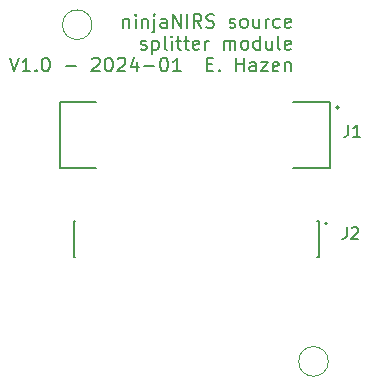
<source format=gbr>
%TF.GenerationSoftware,KiCad,Pcbnew,7.0.10-7.0.10~ubuntu22.04.1*%
%TF.CreationDate,2024-01-03T09:44:53-05:00*%
%TF.ProjectId,source-splitter,736f7572-6365-42d7-9370-6c6974746572,rev?*%
%TF.SameCoordinates,Original*%
%TF.FileFunction,Legend,Top*%
%TF.FilePolarity,Positive*%
%FSLAX46Y46*%
G04 Gerber Fmt 4.6, Leading zero omitted, Abs format (unit mm)*
G04 Created by KiCad (PCBNEW 7.0.10-7.0.10~ubuntu22.04.1) date 2024-01-03 09:44:53*
%MOMM*%
%LPD*%
G01*
G04 APERTURE LIST*
%ADD10C,0.152400*%
%ADD11C,0.150000*%
%ADD12C,0.200000*%
%ADD13C,0.100000*%
G04 APERTURE END LIST*
D10*
X29291164Y-24873733D02*
X29291164Y-25635733D01*
X29291164Y-24982590D02*
X29345593Y-24928162D01*
X29345593Y-24928162D02*
X29454450Y-24873733D01*
X29454450Y-24873733D02*
X29617736Y-24873733D01*
X29617736Y-24873733D02*
X29726593Y-24928162D01*
X29726593Y-24928162D02*
X29781022Y-25037019D01*
X29781022Y-25037019D02*
X29781022Y-25635733D01*
X30325307Y-25635733D02*
X30325307Y-24873733D01*
X30325307Y-24492733D02*
X30270879Y-24547162D01*
X30270879Y-24547162D02*
X30325307Y-24601590D01*
X30325307Y-24601590D02*
X30379736Y-24547162D01*
X30379736Y-24547162D02*
X30325307Y-24492733D01*
X30325307Y-24492733D02*
X30325307Y-24601590D01*
X30869593Y-24873733D02*
X30869593Y-25635733D01*
X30869593Y-24982590D02*
X30924022Y-24928162D01*
X30924022Y-24928162D02*
X31032879Y-24873733D01*
X31032879Y-24873733D02*
X31196165Y-24873733D01*
X31196165Y-24873733D02*
X31305022Y-24928162D01*
X31305022Y-24928162D02*
X31359451Y-25037019D01*
X31359451Y-25037019D02*
X31359451Y-25635733D01*
X31903736Y-24873733D02*
X31903736Y-25853447D01*
X31903736Y-25853447D02*
X31849308Y-25962305D01*
X31849308Y-25962305D02*
X31740451Y-26016733D01*
X31740451Y-26016733D02*
X31686022Y-26016733D01*
X31903736Y-24492733D02*
X31849308Y-24547162D01*
X31849308Y-24547162D02*
X31903736Y-24601590D01*
X31903736Y-24601590D02*
X31958165Y-24547162D01*
X31958165Y-24547162D02*
X31903736Y-24492733D01*
X31903736Y-24492733D02*
X31903736Y-24601590D01*
X32937880Y-25635733D02*
X32937880Y-25037019D01*
X32937880Y-25037019D02*
X32883451Y-24928162D01*
X32883451Y-24928162D02*
X32774594Y-24873733D01*
X32774594Y-24873733D02*
X32556880Y-24873733D01*
X32556880Y-24873733D02*
X32448022Y-24928162D01*
X32937880Y-25581305D02*
X32829022Y-25635733D01*
X32829022Y-25635733D02*
X32556880Y-25635733D01*
X32556880Y-25635733D02*
X32448022Y-25581305D01*
X32448022Y-25581305D02*
X32393594Y-25472447D01*
X32393594Y-25472447D02*
X32393594Y-25363590D01*
X32393594Y-25363590D02*
X32448022Y-25254733D01*
X32448022Y-25254733D02*
X32556880Y-25200305D01*
X32556880Y-25200305D02*
X32829022Y-25200305D01*
X32829022Y-25200305D02*
X32937880Y-25145876D01*
X33482165Y-25635733D02*
X33482165Y-24492733D01*
X33482165Y-24492733D02*
X34135308Y-25635733D01*
X34135308Y-25635733D02*
X34135308Y-24492733D01*
X34679594Y-25635733D02*
X34679594Y-24492733D01*
X35877023Y-25635733D02*
X35496023Y-25091447D01*
X35223880Y-25635733D02*
X35223880Y-24492733D01*
X35223880Y-24492733D02*
X35659309Y-24492733D01*
X35659309Y-24492733D02*
X35768166Y-24547162D01*
X35768166Y-24547162D02*
X35822595Y-24601590D01*
X35822595Y-24601590D02*
X35877023Y-24710447D01*
X35877023Y-24710447D02*
X35877023Y-24873733D01*
X35877023Y-24873733D02*
X35822595Y-24982590D01*
X35822595Y-24982590D02*
X35768166Y-25037019D01*
X35768166Y-25037019D02*
X35659309Y-25091447D01*
X35659309Y-25091447D02*
X35223880Y-25091447D01*
X36312452Y-25581305D02*
X36475738Y-25635733D01*
X36475738Y-25635733D02*
X36747880Y-25635733D01*
X36747880Y-25635733D02*
X36856738Y-25581305D01*
X36856738Y-25581305D02*
X36911166Y-25526876D01*
X36911166Y-25526876D02*
X36965595Y-25418019D01*
X36965595Y-25418019D02*
X36965595Y-25309162D01*
X36965595Y-25309162D02*
X36911166Y-25200305D01*
X36911166Y-25200305D02*
X36856738Y-25145876D01*
X36856738Y-25145876D02*
X36747880Y-25091447D01*
X36747880Y-25091447D02*
X36530166Y-25037019D01*
X36530166Y-25037019D02*
X36421309Y-24982590D01*
X36421309Y-24982590D02*
X36366880Y-24928162D01*
X36366880Y-24928162D02*
X36312452Y-24819305D01*
X36312452Y-24819305D02*
X36312452Y-24710447D01*
X36312452Y-24710447D02*
X36366880Y-24601590D01*
X36366880Y-24601590D02*
X36421309Y-24547162D01*
X36421309Y-24547162D02*
X36530166Y-24492733D01*
X36530166Y-24492733D02*
X36802309Y-24492733D01*
X36802309Y-24492733D02*
X36965595Y-24547162D01*
X38271880Y-25581305D02*
X38380737Y-25635733D01*
X38380737Y-25635733D02*
X38598451Y-25635733D01*
X38598451Y-25635733D02*
X38707308Y-25581305D01*
X38707308Y-25581305D02*
X38761737Y-25472447D01*
X38761737Y-25472447D02*
X38761737Y-25418019D01*
X38761737Y-25418019D02*
X38707308Y-25309162D01*
X38707308Y-25309162D02*
X38598451Y-25254733D01*
X38598451Y-25254733D02*
X38435166Y-25254733D01*
X38435166Y-25254733D02*
X38326308Y-25200305D01*
X38326308Y-25200305D02*
X38271880Y-25091447D01*
X38271880Y-25091447D02*
X38271880Y-25037019D01*
X38271880Y-25037019D02*
X38326308Y-24928162D01*
X38326308Y-24928162D02*
X38435166Y-24873733D01*
X38435166Y-24873733D02*
X38598451Y-24873733D01*
X38598451Y-24873733D02*
X38707308Y-24928162D01*
X39414880Y-25635733D02*
X39306023Y-25581305D01*
X39306023Y-25581305D02*
X39251594Y-25526876D01*
X39251594Y-25526876D02*
X39197166Y-25418019D01*
X39197166Y-25418019D02*
X39197166Y-25091447D01*
X39197166Y-25091447D02*
X39251594Y-24982590D01*
X39251594Y-24982590D02*
X39306023Y-24928162D01*
X39306023Y-24928162D02*
X39414880Y-24873733D01*
X39414880Y-24873733D02*
X39578166Y-24873733D01*
X39578166Y-24873733D02*
X39687023Y-24928162D01*
X39687023Y-24928162D02*
X39741452Y-24982590D01*
X39741452Y-24982590D02*
X39795880Y-25091447D01*
X39795880Y-25091447D02*
X39795880Y-25418019D01*
X39795880Y-25418019D02*
X39741452Y-25526876D01*
X39741452Y-25526876D02*
X39687023Y-25581305D01*
X39687023Y-25581305D02*
X39578166Y-25635733D01*
X39578166Y-25635733D02*
X39414880Y-25635733D01*
X40775595Y-24873733D02*
X40775595Y-25635733D01*
X40285737Y-24873733D02*
X40285737Y-25472447D01*
X40285737Y-25472447D02*
X40340166Y-25581305D01*
X40340166Y-25581305D02*
X40449023Y-25635733D01*
X40449023Y-25635733D02*
X40612309Y-25635733D01*
X40612309Y-25635733D02*
X40721166Y-25581305D01*
X40721166Y-25581305D02*
X40775595Y-25526876D01*
X41319880Y-25635733D02*
X41319880Y-24873733D01*
X41319880Y-25091447D02*
X41374309Y-24982590D01*
X41374309Y-24982590D02*
X41428738Y-24928162D01*
X41428738Y-24928162D02*
X41537595Y-24873733D01*
X41537595Y-24873733D02*
X41646452Y-24873733D01*
X42517309Y-25581305D02*
X42408451Y-25635733D01*
X42408451Y-25635733D02*
X42190737Y-25635733D01*
X42190737Y-25635733D02*
X42081880Y-25581305D01*
X42081880Y-25581305D02*
X42027451Y-25526876D01*
X42027451Y-25526876D02*
X41973023Y-25418019D01*
X41973023Y-25418019D02*
X41973023Y-25091447D01*
X41973023Y-25091447D02*
X42027451Y-24982590D01*
X42027451Y-24982590D02*
X42081880Y-24928162D01*
X42081880Y-24928162D02*
X42190737Y-24873733D01*
X42190737Y-24873733D02*
X42408451Y-24873733D01*
X42408451Y-24873733D02*
X42517309Y-24928162D01*
X43442594Y-25581305D02*
X43333737Y-25635733D01*
X43333737Y-25635733D02*
X43116023Y-25635733D01*
X43116023Y-25635733D02*
X43007165Y-25581305D01*
X43007165Y-25581305D02*
X42952737Y-25472447D01*
X42952737Y-25472447D02*
X42952737Y-25037019D01*
X42952737Y-25037019D02*
X43007165Y-24928162D01*
X43007165Y-24928162D02*
X43116023Y-24873733D01*
X43116023Y-24873733D02*
X43333737Y-24873733D01*
X43333737Y-24873733D02*
X43442594Y-24928162D01*
X43442594Y-24928162D02*
X43497023Y-25037019D01*
X43497023Y-25037019D02*
X43497023Y-25145876D01*
X43497023Y-25145876D02*
X42952737Y-25254733D01*
X30760737Y-27421535D02*
X30869594Y-27475963D01*
X30869594Y-27475963D02*
X31087308Y-27475963D01*
X31087308Y-27475963D02*
X31196165Y-27421535D01*
X31196165Y-27421535D02*
X31250594Y-27312677D01*
X31250594Y-27312677D02*
X31250594Y-27258249D01*
X31250594Y-27258249D02*
X31196165Y-27149392D01*
X31196165Y-27149392D02*
X31087308Y-27094963D01*
X31087308Y-27094963D02*
X30924023Y-27094963D01*
X30924023Y-27094963D02*
X30815165Y-27040535D01*
X30815165Y-27040535D02*
X30760737Y-26931677D01*
X30760737Y-26931677D02*
X30760737Y-26877249D01*
X30760737Y-26877249D02*
X30815165Y-26768392D01*
X30815165Y-26768392D02*
X30924023Y-26713963D01*
X30924023Y-26713963D02*
X31087308Y-26713963D01*
X31087308Y-26713963D02*
X31196165Y-26768392D01*
X31740451Y-26713963D02*
X31740451Y-27856963D01*
X31740451Y-26768392D02*
X31849309Y-26713963D01*
X31849309Y-26713963D02*
X32067023Y-26713963D01*
X32067023Y-26713963D02*
X32175880Y-26768392D01*
X32175880Y-26768392D02*
X32230309Y-26822820D01*
X32230309Y-26822820D02*
X32284737Y-26931677D01*
X32284737Y-26931677D02*
X32284737Y-27258249D01*
X32284737Y-27258249D02*
X32230309Y-27367106D01*
X32230309Y-27367106D02*
X32175880Y-27421535D01*
X32175880Y-27421535D02*
X32067023Y-27475963D01*
X32067023Y-27475963D02*
X31849309Y-27475963D01*
X31849309Y-27475963D02*
X31740451Y-27421535D01*
X32937880Y-27475963D02*
X32829023Y-27421535D01*
X32829023Y-27421535D02*
X32774594Y-27312677D01*
X32774594Y-27312677D02*
X32774594Y-26332963D01*
X33373308Y-27475963D02*
X33373308Y-26713963D01*
X33373308Y-26332963D02*
X33318880Y-26387392D01*
X33318880Y-26387392D02*
X33373308Y-26441820D01*
X33373308Y-26441820D02*
X33427737Y-26387392D01*
X33427737Y-26387392D02*
X33373308Y-26332963D01*
X33373308Y-26332963D02*
X33373308Y-26441820D01*
X33754309Y-26713963D02*
X34189737Y-26713963D01*
X33917594Y-26332963D02*
X33917594Y-27312677D01*
X33917594Y-27312677D02*
X33972023Y-27421535D01*
X33972023Y-27421535D02*
X34080880Y-27475963D01*
X34080880Y-27475963D02*
X34189737Y-27475963D01*
X34407452Y-26713963D02*
X34842880Y-26713963D01*
X34570737Y-26332963D02*
X34570737Y-27312677D01*
X34570737Y-27312677D02*
X34625166Y-27421535D01*
X34625166Y-27421535D02*
X34734023Y-27475963D01*
X34734023Y-27475963D02*
X34842880Y-27475963D01*
X35659309Y-27421535D02*
X35550452Y-27475963D01*
X35550452Y-27475963D02*
X35332738Y-27475963D01*
X35332738Y-27475963D02*
X35223880Y-27421535D01*
X35223880Y-27421535D02*
X35169452Y-27312677D01*
X35169452Y-27312677D02*
X35169452Y-26877249D01*
X35169452Y-26877249D02*
X35223880Y-26768392D01*
X35223880Y-26768392D02*
X35332738Y-26713963D01*
X35332738Y-26713963D02*
X35550452Y-26713963D01*
X35550452Y-26713963D02*
X35659309Y-26768392D01*
X35659309Y-26768392D02*
X35713738Y-26877249D01*
X35713738Y-26877249D02*
X35713738Y-26986106D01*
X35713738Y-26986106D02*
X35169452Y-27094963D01*
X36203594Y-27475963D02*
X36203594Y-26713963D01*
X36203594Y-26931677D02*
X36258023Y-26822820D01*
X36258023Y-26822820D02*
X36312452Y-26768392D01*
X36312452Y-26768392D02*
X36421309Y-26713963D01*
X36421309Y-26713963D02*
X36530166Y-26713963D01*
X37782022Y-27475963D02*
X37782022Y-26713963D01*
X37782022Y-26822820D02*
X37836451Y-26768392D01*
X37836451Y-26768392D02*
X37945308Y-26713963D01*
X37945308Y-26713963D02*
X38108594Y-26713963D01*
X38108594Y-26713963D02*
X38217451Y-26768392D01*
X38217451Y-26768392D02*
X38271880Y-26877249D01*
X38271880Y-26877249D02*
X38271880Y-27475963D01*
X38271880Y-26877249D02*
X38326308Y-26768392D01*
X38326308Y-26768392D02*
X38435165Y-26713963D01*
X38435165Y-26713963D02*
X38598451Y-26713963D01*
X38598451Y-26713963D02*
X38707308Y-26768392D01*
X38707308Y-26768392D02*
X38761737Y-26877249D01*
X38761737Y-26877249D02*
X38761737Y-27475963D01*
X39469308Y-27475963D02*
X39360451Y-27421535D01*
X39360451Y-27421535D02*
X39306022Y-27367106D01*
X39306022Y-27367106D02*
X39251594Y-27258249D01*
X39251594Y-27258249D02*
X39251594Y-26931677D01*
X39251594Y-26931677D02*
X39306022Y-26822820D01*
X39306022Y-26822820D02*
X39360451Y-26768392D01*
X39360451Y-26768392D02*
X39469308Y-26713963D01*
X39469308Y-26713963D02*
X39632594Y-26713963D01*
X39632594Y-26713963D02*
X39741451Y-26768392D01*
X39741451Y-26768392D02*
X39795880Y-26822820D01*
X39795880Y-26822820D02*
X39850308Y-26931677D01*
X39850308Y-26931677D02*
X39850308Y-27258249D01*
X39850308Y-27258249D02*
X39795880Y-27367106D01*
X39795880Y-27367106D02*
X39741451Y-27421535D01*
X39741451Y-27421535D02*
X39632594Y-27475963D01*
X39632594Y-27475963D02*
X39469308Y-27475963D01*
X40830023Y-27475963D02*
X40830023Y-26332963D01*
X40830023Y-27421535D02*
X40721165Y-27475963D01*
X40721165Y-27475963D02*
X40503451Y-27475963D01*
X40503451Y-27475963D02*
X40394594Y-27421535D01*
X40394594Y-27421535D02*
X40340165Y-27367106D01*
X40340165Y-27367106D02*
X40285737Y-27258249D01*
X40285737Y-27258249D02*
X40285737Y-26931677D01*
X40285737Y-26931677D02*
X40340165Y-26822820D01*
X40340165Y-26822820D02*
X40394594Y-26768392D01*
X40394594Y-26768392D02*
X40503451Y-26713963D01*
X40503451Y-26713963D02*
X40721165Y-26713963D01*
X40721165Y-26713963D02*
X40830023Y-26768392D01*
X41864166Y-26713963D02*
X41864166Y-27475963D01*
X41374308Y-26713963D02*
X41374308Y-27312677D01*
X41374308Y-27312677D02*
X41428737Y-27421535D01*
X41428737Y-27421535D02*
X41537594Y-27475963D01*
X41537594Y-27475963D02*
X41700880Y-27475963D01*
X41700880Y-27475963D02*
X41809737Y-27421535D01*
X41809737Y-27421535D02*
X41864166Y-27367106D01*
X42571737Y-27475963D02*
X42462880Y-27421535D01*
X42462880Y-27421535D02*
X42408451Y-27312677D01*
X42408451Y-27312677D02*
X42408451Y-26332963D01*
X43442594Y-27421535D02*
X43333737Y-27475963D01*
X43333737Y-27475963D02*
X43116023Y-27475963D01*
X43116023Y-27475963D02*
X43007165Y-27421535D01*
X43007165Y-27421535D02*
X42952737Y-27312677D01*
X42952737Y-27312677D02*
X42952737Y-26877249D01*
X42952737Y-26877249D02*
X43007165Y-26768392D01*
X43007165Y-26768392D02*
X43116023Y-26713963D01*
X43116023Y-26713963D02*
X43333737Y-26713963D01*
X43333737Y-26713963D02*
X43442594Y-26768392D01*
X43442594Y-26768392D02*
X43497023Y-26877249D01*
X43497023Y-26877249D02*
X43497023Y-26986106D01*
X43497023Y-26986106D02*
X42952737Y-27094963D01*
X19657311Y-28173193D02*
X20038311Y-29316193D01*
X20038311Y-29316193D02*
X20419311Y-28173193D01*
X21399025Y-29316193D02*
X20745882Y-29316193D01*
X21072453Y-29316193D02*
X21072453Y-28173193D01*
X21072453Y-28173193D02*
X20963596Y-28336479D01*
X20963596Y-28336479D02*
X20854739Y-28445336D01*
X20854739Y-28445336D02*
X20745882Y-28499765D01*
X21888881Y-29207336D02*
X21943310Y-29261765D01*
X21943310Y-29261765D02*
X21888881Y-29316193D01*
X21888881Y-29316193D02*
X21834453Y-29261765D01*
X21834453Y-29261765D02*
X21888881Y-29207336D01*
X21888881Y-29207336D02*
X21888881Y-29316193D01*
X22650882Y-28173193D02*
X22759739Y-28173193D01*
X22759739Y-28173193D02*
X22868596Y-28227622D01*
X22868596Y-28227622D02*
X22923025Y-28282050D01*
X22923025Y-28282050D02*
X22977453Y-28390907D01*
X22977453Y-28390907D02*
X23031882Y-28608622D01*
X23031882Y-28608622D02*
X23031882Y-28880765D01*
X23031882Y-28880765D02*
X22977453Y-29098479D01*
X22977453Y-29098479D02*
X22923025Y-29207336D01*
X22923025Y-29207336D02*
X22868596Y-29261765D01*
X22868596Y-29261765D02*
X22759739Y-29316193D01*
X22759739Y-29316193D02*
X22650882Y-29316193D01*
X22650882Y-29316193D02*
X22542025Y-29261765D01*
X22542025Y-29261765D02*
X22487596Y-29207336D01*
X22487596Y-29207336D02*
X22433167Y-29098479D01*
X22433167Y-29098479D02*
X22378739Y-28880765D01*
X22378739Y-28880765D02*
X22378739Y-28608622D01*
X22378739Y-28608622D02*
X22433167Y-28390907D01*
X22433167Y-28390907D02*
X22487596Y-28282050D01*
X22487596Y-28282050D02*
X22542025Y-28227622D01*
X22542025Y-28227622D02*
X22650882Y-28173193D01*
X24392595Y-28880765D02*
X25263453Y-28880765D01*
X26624167Y-28282050D02*
X26678595Y-28227622D01*
X26678595Y-28227622D02*
X26787453Y-28173193D01*
X26787453Y-28173193D02*
X27059595Y-28173193D01*
X27059595Y-28173193D02*
X27168453Y-28227622D01*
X27168453Y-28227622D02*
X27222881Y-28282050D01*
X27222881Y-28282050D02*
X27277310Y-28390907D01*
X27277310Y-28390907D02*
X27277310Y-28499765D01*
X27277310Y-28499765D02*
X27222881Y-28663050D01*
X27222881Y-28663050D02*
X26569738Y-29316193D01*
X26569738Y-29316193D02*
X27277310Y-29316193D01*
X27984881Y-28173193D02*
X28093738Y-28173193D01*
X28093738Y-28173193D02*
X28202595Y-28227622D01*
X28202595Y-28227622D02*
X28257024Y-28282050D01*
X28257024Y-28282050D02*
X28311452Y-28390907D01*
X28311452Y-28390907D02*
X28365881Y-28608622D01*
X28365881Y-28608622D02*
X28365881Y-28880765D01*
X28365881Y-28880765D02*
X28311452Y-29098479D01*
X28311452Y-29098479D02*
X28257024Y-29207336D01*
X28257024Y-29207336D02*
X28202595Y-29261765D01*
X28202595Y-29261765D02*
X28093738Y-29316193D01*
X28093738Y-29316193D02*
X27984881Y-29316193D01*
X27984881Y-29316193D02*
X27876024Y-29261765D01*
X27876024Y-29261765D02*
X27821595Y-29207336D01*
X27821595Y-29207336D02*
X27767166Y-29098479D01*
X27767166Y-29098479D02*
X27712738Y-28880765D01*
X27712738Y-28880765D02*
X27712738Y-28608622D01*
X27712738Y-28608622D02*
X27767166Y-28390907D01*
X27767166Y-28390907D02*
X27821595Y-28282050D01*
X27821595Y-28282050D02*
X27876024Y-28227622D01*
X27876024Y-28227622D02*
X27984881Y-28173193D01*
X28801309Y-28282050D02*
X28855737Y-28227622D01*
X28855737Y-28227622D02*
X28964595Y-28173193D01*
X28964595Y-28173193D02*
X29236737Y-28173193D01*
X29236737Y-28173193D02*
X29345595Y-28227622D01*
X29345595Y-28227622D02*
X29400023Y-28282050D01*
X29400023Y-28282050D02*
X29454452Y-28390907D01*
X29454452Y-28390907D02*
X29454452Y-28499765D01*
X29454452Y-28499765D02*
X29400023Y-28663050D01*
X29400023Y-28663050D02*
X28746880Y-29316193D01*
X28746880Y-29316193D02*
X29454452Y-29316193D01*
X30434166Y-28554193D02*
X30434166Y-29316193D01*
X30162023Y-28118765D02*
X29889880Y-28935193D01*
X29889880Y-28935193D02*
X30597451Y-28935193D01*
X31032879Y-28880765D02*
X31903737Y-28880765D01*
X32665737Y-28173193D02*
X32774594Y-28173193D01*
X32774594Y-28173193D02*
X32883451Y-28227622D01*
X32883451Y-28227622D02*
X32937880Y-28282050D01*
X32937880Y-28282050D02*
X32992308Y-28390907D01*
X32992308Y-28390907D02*
X33046737Y-28608622D01*
X33046737Y-28608622D02*
X33046737Y-28880765D01*
X33046737Y-28880765D02*
X32992308Y-29098479D01*
X32992308Y-29098479D02*
X32937880Y-29207336D01*
X32937880Y-29207336D02*
X32883451Y-29261765D01*
X32883451Y-29261765D02*
X32774594Y-29316193D01*
X32774594Y-29316193D02*
X32665737Y-29316193D01*
X32665737Y-29316193D02*
X32556880Y-29261765D01*
X32556880Y-29261765D02*
X32502451Y-29207336D01*
X32502451Y-29207336D02*
X32448022Y-29098479D01*
X32448022Y-29098479D02*
X32393594Y-28880765D01*
X32393594Y-28880765D02*
X32393594Y-28608622D01*
X32393594Y-28608622D02*
X32448022Y-28390907D01*
X32448022Y-28390907D02*
X32502451Y-28282050D01*
X32502451Y-28282050D02*
X32556880Y-28227622D01*
X32556880Y-28227622D02*
X32665737Y-28173193D01*
X34135308Y-29316193D02*
X33482165Y-29316193D01*
X33808736Y-29316193D02*
X33808736Y-28173193D01*
X33808736Y-28173193D02*
X33699879Y-28336479D01*
X33699879Y-28336479D02*
X33591022Y-28445336D01*
X33591022Y-28445336D02*
X33482165Y-28499765D01*
X36366878Y-28717479D02*
X36747878Y-28717479D01*
X36911164Y-29316193D02*
X36366878Y-29316193D01*
X36366878Y-29316193D02*
X36366878Y-28173193D01*
X36366878Y-28173193D02*
X36911164Y-28173193D01*
X37401021Y-29207336D02*
X37455450Y-29261765D01*
X37455450Y-29261765D02*
X37401021Y-29316193D01*
X37401021Y-29316193D02*
X37346593Y-29261765D01*
X37346593Y-29261765D02*
X37401021Y-29207336D01*
X37401021Y-29207336D02*
X37401021Y-29316193D01*
X38816164Y-29316193D02*
X38816164Y-28173193D01*
X38816164Y-28717479D02*
X39469307Y-28717479D01*
X39469307Y-29316193D02*
X39469307Y-28173193D01*
X40503451Y-29316193D02*
X40503451Y-28717479D01*
X40503451Y-28717479D02*
X40449022Y-28608622D01*
X40449022Y-28608622D02*
X40340165Y-28554193D01*
X40340165Y-28554193D02*
X40122451Y-28554193D01*
X40122451Y-28554193D02*
X40013593Y-28608622D01*
X40503451Y-29261765D02*
X40394593Y-29316193D01*
X40394593Y-29316193D02*
X40122451Y-29316193D01*
X40122451Y-29316193D02*
X40013593Y-29261765D01*
X40013593Y-29261765D02*
X39959165Y-29152907D01*
X39959165Y-29152907D02*
X39959165Y-29044050D01*
X39959165Y-29044050D02*
X40013593Y-28935193D01*
X40013593Y-28935193D02*
X40122451Y-28880765D01*
X40122451Y-28880765D02*
X40394593Y-28880765D01*
X40394593Y-28880765D02*
X40503451Y-28826336D01*
X40938879Y-28554193D02*
X41537594Y-28554193D01*
X41537594Y-28554193D02*
X40938879Y-29316193D01*
X40938879Y-29316193D02*
X41537594Y-29316193D01*
X42408451Y-29261765D02*
X42299594Y-29316193D01*
X42299594Y-29316193D02*
X42081880Y-29316193D01*
X42081880Y-29316193D02*
X41973022Y-29261765D01*
X41973022Y-29261765D02*
X41918594Y-29152907D01*
X41918594Y-29152907D02*
X41918594Y-28717479D01*
X41918594Y-28717479D02*
X41973022Y-28608622D01*
X41973022Y-28608622D02*
X42081880Y-28554193D01*
X42081880Y-28554193D02*
X42299594Y-28554193D01*
X42299594Y-28554193D02*
X42408451Y-28608622D01*
X42408451Y-28608622D02*
X42462880Y-28717479D01*
X42462880Y-28717479D02*
X42462880Y-28826336D01*
X42462880Y-28826336D02*
X41918594Y-28935193D01*
X42952736Y-28554193D02*
X42952736Y-29316193D01*
X42952736Y-28663050D02*
X43007165Y-28608622D01*
X43007165Y-28608622D02*
X43116022Y-28554193D01*
X43116022Y-28554193D02*
X43279308Y-28554193D01*
X43279308Y-28554193D02*
X43388165Y-28608622D01*
X43388165Y-28608622D02*
X43442594Y-28717479D01*
X43442594Y-28717479D02*
X43442594Y-29316193D01*
D11*
X48307666Y-33871819D02*
X48307666Y-34586104D01*
X48307666Y-34586104D02*
X48260047Y-34728961D01*
X48260047Y-34728961D02*
X48164809Y-34824200D01*
X48164809Y-34824200D02*
X48021952Y-34871819D01*
X48021952Y-34871819D02*
X47926714Y-34871819D01*
X49307666Y-34871819D02*
X48736238Y-34871819D01*
X49021952Y-34871819D02*
X49021952Y-33871819D01*
X49021952Y-33871819D02*
X48926714Y-34014676D01*
X48926714Y-34014676D02*
X48831476Y-34109914D01*
X48831476Y-34109914D02*
X48736238Y-34157533D01*
X48180666Y-42507819D02*
X48180666Y-43222104D01*
X48180666Y-43222104D02*
X48133047Y-43364961D01*
X48133047Y-43364961D02*
X48037809Y-43460200D01*
X48037809Y-43460200D02*
X47894952Y-43507819D01*
X47894952Y-43507819D02*
X47799714Y-43507819D01*
X48609238Y-42603057D02*
X48656857Y-42555438D01*
X48656857Y-42555438D02*
X48752095Y-42507819D01*
X48752095Y-42507819D02*
X48990190Y-42507819D01*
X48990190Y-42507819D02*
X49085428Y-42555438D01*
X49085428Y-42555438D02*
X49133047Y-42603057D01*
X49133047Y-42603057D02*
X49180666Y-42698295D01*
X49180666Y-42698295D02*
X49180666Y-42793533D01*
X49180666Y-42793533D02*
X49133047Y-42936390D01*
X49133047Y-42936390D02*
X48561619Y-43507819D01*
X48561619Y-43507819D02*
X49180666Y-43507819D01*
D12*
%TO.C,J1*%
X46761400Y-37467500D02*
X43671400Y-37467500D01*
X46761400Y-31877500D02*
X46761400Y-37467500D01*
X43671400Y-31877500D02*
X46761400Y-31877500D01*
X26991400Y-37467500D02*
X23901400Y-37467500D01*
X26991400Y-31877500D02*
X23901400Y-31877500D01*
X23901400Y-37467500D02*
X23901400Y-31877500D01*
X47511400Y-32385000D02*
G75*
G03*
X47311400Y-32385000I-100000J0D01*
G01*
X47311400Y-32385000D02*
G75*
G03*
X47511400Y-32385000I100000J0D01*
G01*
D13*
%TO.C,N1*%
X26625058Y-25375958D02*
G75*
G03*
X24121142Y-25375958I-1251958J0D01*
G01*
X24121142Y-25375958D02*
G75*
G03*
X26625058Y-25375958I1251958J0D01*
G01*
X46625058Y-53884000D02*
G75*
G03*
X44121142Y-53884000I-1251958J0D01*
G01*
X44121142Y-53884000D02*
G75*
G03*
X46625058Y-53884000I1251958J0D01*
G01*
D12*
%TO.C,J2*%
X25108400Y-41953200D02*
X25213400Y-41953200D01*
X25108400Y-45003200D02*
X25108400Y-41953200D01*
X25213400Y-45003200D02*
X25108400Y-45003200D01*
X45703400Y-41953200D02*
X45808400Y-41953200D01*
X45703400Y-45003200D02*
X45808400Y-45003200D01*
X45808400Y-41953200D02*
X45808400Y-45003200D01*
X46558400Y-42208200D02*
G75*
G03*
X46358400Y-42208200I-100000J0D01*
G01*
X46358400Y-42208200D02*
G75*
G03*
X46558400Y-42208200I100000J0D01*
G01*
%TD*%
M02*

</source>
